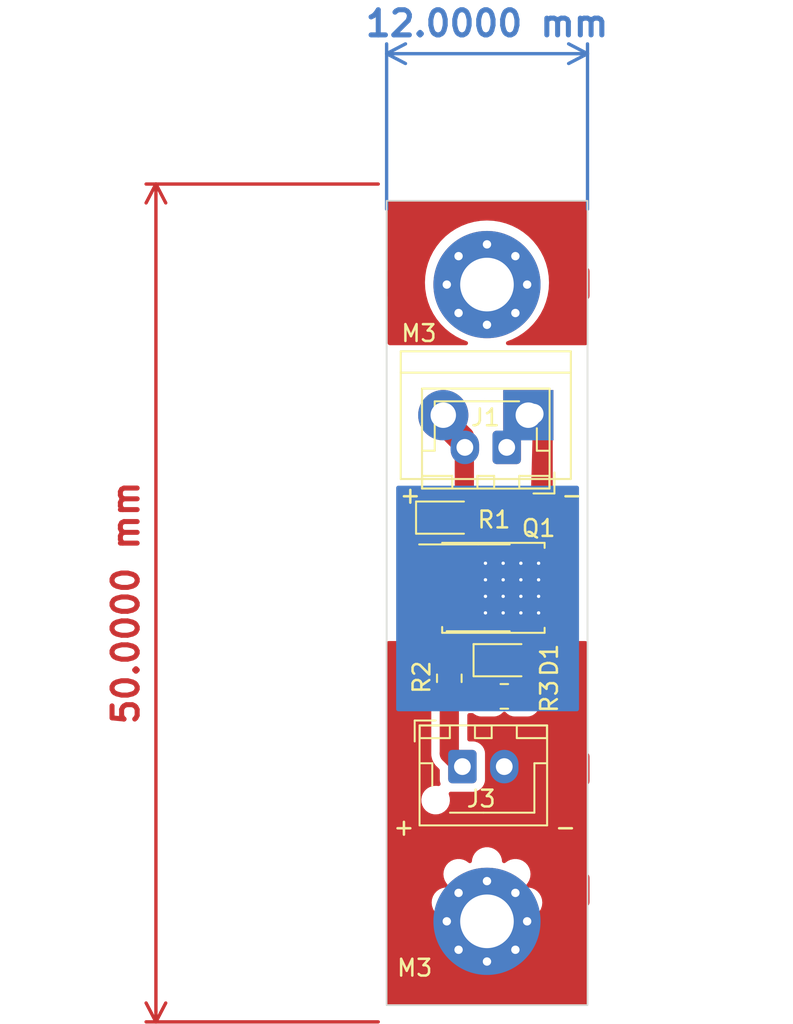
<source format=kicad_pcb>
(kicad_pcb (version 20221018) (generator pcbnew)
  (layers (0 "F.Cu" signal) (31 "B.Cu" signal) (34 "B.Paste" user) (35 "F.Paste" user) (36 "B.SilkS" user "B.Silkscreen") (37 "F.SilkS" user "F.Silkscreen") (38 "B.Mask" user) (39 "F.Mask" user) (44 "Edge.Cuts" user))
  (net 0 "")
  (net 1 "Net-(Q1-S-Pad1)")
  (net 2 "Net-(Q1-G)")
  (net 3 "Net-(J1-Pin_1)")
  (net 4 "GND")
  (net 5 "Net-(D1-A)")
  (net 6 "Net-(J1-Pin_2)")
  (net 7 "Net-(J3-Pin_1)")
  (footprint "LED_SMD:LED_0805_2012Metric_Pad1.15x1.40mm_HandSolder" (layer "F.Cu") (at 92.2085 93.218)
    (fp_text reference "D1" (at 2.6605 0 90) (layer "F.SilkS"))
    (fp_text value "LED")
    (fp_line (start -1.86 -0.96) (end -1.86 0.96) (stroke (width 0.12)) (layer "F.SilkS"))
    (fp_line (start -1.86 0.96) (end 1 0.96) (stroke (width 0.12)) (layer "F.SilkS"))
    (fp_line (start 1 -0.96) (end -1.86 -0.96) (stroke (width 0.12)) (layer "F.SilkS"))
    (pad "1" smd roundrect (at -1.025 0) (size 1.15 1.4) (layers "F.Cu" "F.Paste" "F.Mask") (roundrect_rratio 0.217391) (net 4 "GND"))
    (pad "2" smd roundrect (at 1.025 0) (size 1.15 1.4) (layers "F.Cu" "F.Paste" "F.Mask") (roundrect_rratio 0.217391) (net 5 "Net-(D1-A)"))
  )
  (footprint "" (layer "F.Cu") (at 85.725 106.934)
    (fp_text reference "" (at 0 0) (layer "F.SilkS") (effects (font (size 1.27 1.27))))
    (fp_text value "" (at 0 0) (layer "F.SilkS") (effects (font (size 1.27 1.27))))
    (pad "1" smd roundrect (at 0 0) (size 1 2) (layers "F.Cu" "F.Paste" "F.Mask") (net 4 "GND"))
  )
  (footprint "" (layer "F.Cu") (at 85.725 70.739)
    (fp_text reference "" (at 0 0) (layer "F.SilkS") (effects (font (size 1.27 1.27))))
    (fp_text value "" (at 0 0) (layer "F.SilkS") (effects (font (size 1.27 1.27))))
    (pad "1" smd roundrect (at 0 0) (size 1 2) (layers "F.Cu" "F.Paste" "F.Mask") (net 4 "GND"))
  )
  (footprint "Package_SO:SOP-8_3.76x4.96mm_P1.27mm" (layer "F.Cu") (at 90.62525 88.9)
    (fp_text reference "Q2" hide)
    (fp_text value "CSD17578Q5A")
    (fp_line (start 0 -2.59) (end -3.525 -2.59) (stroke (width 0.12)) (layer "F.SilkS"))
    (fp_line (start 0 -2.59) (end 1.88 -2.59) (stroke (width 0.12)) (layer "F.SilkS"))
    (fp_line (start 0 2.59) (end -1.88 2.59) (stroke (width 0.12)) (layer "F.SilkS"))
    (fp_line (start 0 2.59) (end 1.88 2.59) (stroke (width 0.12)) (layer "F.SilkS"))
    (pad "1" smd roundrect (at -2.5375 -1.905) (size 1.975 0.65) (layers "F.Cu" "F.Paste" "F.Mask") (net 1 "Net-(Q1-S-Pad1)"))
    (pad "2" smd roundrect (at -2.5375 -0.635) (size 1.975 0.65) (layers "F.Cu" "F.Paste" "F.Mask") (net 1 "Net-(Q1-S-Pad1)"))
    (pad "3" smd roundrect (at -2.5375 0.635) (size 1.975 0.65) (layers "F.Cu" "F.Paste" "F.Mask") (net 1 "Net-(Q1-S-Pad1)"))
    (pad "4" smd roundrect (at -2.5375 1.905) (size 1.975 0.65) (layers "F.Cu" "F.Paste" "F.Mask") (net 2 "Net-(Q1-G)"))
    (pad "5" smd roundrect (at 2.5375 1.905) (size 1.975 0.65) (layers "F.Cu" "F.Paste" "F.Mask") (net 3 "Net-(J1-Pin_1)"))
    (pad "6" smd roundrect (at 2.5375 0.635) (size 1.975 0.65) (layers "F.Cu" "F.Paste" "F.Mask") (net 3 "Net-(J1-Pin_1)"))
    (pad "7" smd roundrect (at 2.5375 -0.635) (size 1.975 0.65) (layers "F.Cu" "F.Paste" "F.Mask") (net 3 "Net-(J1-Pin_1)"))
    (pad "8" smd roundrect (at 2.5375 -1.905) (size 1.975 0.65) (layers "F.Cu" "F.Paste" "F.Mask") (net 3 "Net-(J1-Pin_1)"))
  )
  (footprint "Connector_Wire:SolderWirePad_1x01_SMD_1x2mm" (layer "F.Cu") (at 96.774 99.695)
    (fp_text reference "REF**" hide)
    (fp_text value "SolderWirePad_1x01_SMD_1x2mm")
    (pad "1" smd roundrect (at 0 0) (size 1 2) (layers "F.Cu" "F.Paste" "F.Mask") (net 4 "GND"))
  )
  (footprint "" (layer "F.Cu") (at 96.774 106.934)
    (fp_text reference "" (at 0 0) (layer "F.SilkS") (effects (font (size 1.27 1.27))))
    (fp_text value "" (at 0 0) (layer "F.SilkS") (effects (font (size 1.27 1.27))))
    (pad "1" smd roundrect (at 0 0) (size 1 2) (layers "F.Cu" "F.Paste" "F.Mask") (net 4 "GND"))
  )
  (footprint "TerminalBlock:TerminalBlock_bornier-2_P5.08mm" (layer "F.Cu") (at 93.619 78.596 180)
    (fp_text reference "J1" (at 2.56 -0.144) (layer "F.SilkS"))
    (fp_text value "Terminal")
    (fp_line (start -2.54 -3.81) (end -2.54 3.81) (stroke (width 0.12)) (layer "F.SilkS"))
    (fp_line (start -2.54 3.81) (end 7.62 3.81) (stroke (width 0.12)) (layer "F.SilkS"))
    (fp_line (start 7.62 -3.81) (end -2.54 -3.81) (stroke (width 0.12)) (layer "F.SilkS"))
    (fp_line (start 7.62 2.54) (end -2.54 2.54) (stroke (width 0.12)) (layer "F.SilkS"))
    (fp_line (start 7.62 3.81) (end 7.62 -3.81) (stroke (width 0.12)) (layer "F.SilkS"))
    (pad "1" thru_hole rect (at 0 0 180) (size 3 3) (drill 1.52) (layers "*.Cu" "*.Mask") (net 3 "Net-(J1-Pin_1)"))
    (pad "2" thru_hole circle (at 5.08 0 180) (size 3 3) (drill 1.52) (layers "*.Cu" "*.Mask") (net 6 "Net-(J1-Pin_2)"))
  )
  (footprint "" (layer "F.Cu") (at 85.725 99.695)
    (fp_text reference "" (at 0 0) (layer "F.SilkS") (effects (font (size 1.27 1.27))))
    (fp_text value "" (at 0 0) (layer "F.SilkS") (effects (font (size 1.27 1.27))))
    (pad "1" smd roundrect (at 0 0) (size 1 2) (layers "F.Cu" "F.Paste" "F.Mask") (net 4 "GND"))
  )
  (footprint "Connector_JST:JST_XH_B2B-XH-AM_1x02_P2.50mm_Vertical" (layer "F.Cu") (at 89.682 99.568)
    (fp_text reference "J3" (at 1.123 1.922) (layer "F.SilkS"))
    (fp_text value "Conn_01x02_Socket")
    (fp_line (start -2.85 -2.75) (end -2.85 -1.5) (stroke (width 0.12)) (layer "F.SilkS"))
    (fp_line (start -2.56 -2.46) (end -2.56 3.51) (stroke (width 0.12)) (layer "F.SilkS"))
    (fp_line (start -2.56 3.51) (end 5.06 3.51) (stroke (width 0.12)) (layer "F.SilkS"))
    (fp_line (start -2.55 -2.45) (end -2.55 -1.7) (stroke (width 0.12)) (layer "F.SilkS"))
    (fp_line (start -2.55 -1.7) (end -0.75 -1.7) (stroke (width 0.12)) (layer "F.SilkS"))
    (fp_line (start -2.55 -0.2) (end -1.8 -0.2) (stroke (width 0.12)) (layer "F.SilkS"))
    (fp_line (start -1.8 -0.2) (end -1.8 1.14) (stroke (width 0.12)) (layer "F.SilkS"))
    (fp_line (start -1.6 -2.75) (end -2.85 -2.75) (stroke (width 0.12)) (layer "F.SilkS"))
    (fp_line (start -0.75 -2.45) (end -2.55 -2.45) (stroke (width 0.12)) (layer "F.SilkS"))
    (fp_line (start -0.75 -1.7) (end -0.75 -2.45) (stroke (width 0.12)) (layer "F.SilkS"))
    (fp_line (start 0.75 -2.45) (end 0.75 -1.7) (stroke (width 0.12)) (layer "F.SilkS"))
    (fp_line (start 0.75 -1.7) (end 1.75 -1.7) (stroke (width 0.12)) (layer "F.SilkS"))
    (fp_line (start 1.25 2.75) (end -0.74 2.75) (stroke (width 0.12)) (layer "F.SilkS"))
    (fp_line (start 1.75 -2.45) (end 0.75 -2.45) (stroke (width 0.12)) (layer "F.SilkS"))
    (fp_line (start 1.75 -1.7) (end 1.75 -2.45) (stroke (width 0.12)) (layer "F.SilkS"))
    (fp_line (start 3.25 -2.45) (end 3.25 -1.7) (stroke (width 0.12)) (layer "F.SilkS"))
    (fp_line (start 3.25 -1.7) (end 5.05 -1.7) (stroke (width 0.12)) (layer "F.SilkS"))
    (fp_line (start 4.3 -0.2) (end 4.3 2.75) (stroke (width 0.12)) (layer "F.SilkS"))
    (fp_line (start 4.3 2.75) (end 1.25 2.75) (stroke (width 0.12)) (layer "F.SilkS"))
    (fp_line (start 5.05 -2.45) (end 3.25 -2.45) (stroke (width 0.12)) (layer "F.SilkS"))
    (fp_line (start 5.05 -1.7) (end 5.05 -2.45) (stroke (width 0.12)) (layer "F.SilkS"))
    (fp_line (start 5.05 -0.2) (end 4.3 -0.2) (stroke (width 0.12)) (layer "F.SilkS"))
    (fp_line (start 5.06 -2.46) (end -2.56 -2.46) (stroke (width 0.12)) (layer "F.SilkS"))
    (fp_line (start 5.06 3.51) (end 5.06 -2.46) (stroke (width 0.12)) (layer "F.SilkS"))
    (pad "" np_thru_hole circle (at -1.6 2) (size 1.2 1.2) (drill 1.2) (layers "*.Cu" "*.Mask"))
    (pad "1" thru_hole roundrect (at 0 0) (size 1.7 2) (drill 1) (layers "*.Cu" "*.Mask") (roundrect_rratio 0.147059) (net 7 "Net-(J3-Pin_1)"))
    (pad "2" thru_hole oval (at 2.5 0) (size 1.7 2) (drill 1) (layers "*.Cu" "*.Mask") (net 4 "GND"))
  )
  (footprint "MountingHole:MountingHole_3.2mm_M3_Pad_Via" (layer "F.Cu") (at 91.15 108.802)
    (fp_text reference "M3" (at -4.318 2.781) (layer "F.SilkS"))
    (fp_text value "MountingHole_3.2mm_M3_Pad_Via")
    (pad "1" thru_hole circle (at -2.4 0) (size 0.8 0.8) (drill 0.5) (layers "*.Cu" "*.Mask"))
    (pad "1" thru_hole circle (at -1.697056 -1.697056) (size 0.8 0.8) (drill 0.5) (layers "*.Cu" "*.Mask"))
    (pad "1" thru_hole circle (at -1.697056 1.697056) (size 0.8 0.8) (drill 0.5) (layers "*.Cu" "*.Mask"))
    (pad "1" thru_hole circle (at 0 -2.4) (size 0.8 0.8) (drill 0.5) (layers "*.Cu" "*.Mask"))
    (pad "1" thru_hole circle (at 0 0) (size 6.4 6.4) (drill 3.2) (layers "*.Cu" "*.Mask") (net 4 "GND"))
    (pad "1" thru_hole circle (at 0 2.4) (size 0.8 0.8) (drill 0.5) (layers "*.Cu" "*.Mask"))
    (pad "1" thru_hole circle (at 1.697056 -1.697056) (size 0.8 0.8) (drill 0.5) (layers "*.Cu" "*.Mask"))
    (pad "1" thru_hole circle (at 1.697056 1.697056) (size 0.8 0.8) (drill 0.5) (layers "*.Cu" "*.Mask"))
    (pad "1" thru_hole circle (at 2.4 0) (size 0.8 0.8) (drill 0.5) (layers "*.Cu" "*.Mask"))
  )
  (footprint "Package_TO_SOT_SMD:TDSON-8-1" (layer "F.Cu") (at 91.53275 88.9)
    (fp_text reference "Q1" (at 2.70125 -3.556) (layer "F.SilkS"))
    (fp_text value "CSD17578Q5A")
    (fp_line (start -3.06 2.335) (end -3.06 2.685) (stroke (width 0.12)) (layer "F.SilkS"))
    (fp_line (start 3.06 -2.685) (end -3.06 -2.685) (stroke (width 0.12)) (layer "F.SilkS"))
    (fp_line (start 3.06 -2.385) (end 3.06 -2.685) (stroke (width 0.12)) (layer "F.SilkS"))
    (fp_line (start 3.06 2.385) (end 3.06 2.685) (stroke (width 0.12)) (layer "F.SilkS"))
    (fp_line (start 3.06 2.685) (end -3.06 2.685) (stroke (width 0.12)) (layer "F.SilkS"))
    (pad "1" smd rect (at -2.9 -1.905) (size 0.85 0.5) (layers "F.Cu" "F.Paste" "F.Mask") (net 1 "Net-(Q1-S-Pad1)"))
    (pad "2" smd rect (at -2.9 -0.635) (size 0.85 0.5) (layers "F.Cu" "F.Paste" "F.Mask") (net 1 "Net-(Q1-S-Pad1)"))
    (pad "3" smd rect (at -2.9 0.635) (size 0.85 0.5) (layers "F.Cu" "F.Paste" "F.Mask") (net 1 "Net-(Q1-S-Pad1)"))
    (pad "4" smd rect (at -2.9 1.905) (size 0.85 0.5) (layers "F.Cu" "F.Paste" "F.Mask") (net 2 "Net-(Q1-G)"))
    (pad "5" smd rect (at 1.05 0) (size 4.55 4.41) (layers "F.Cu") (net 3 "Net-(J1-Pin_1)"))
  )
  (footprint "LED_SMD:LED_0805_2012Metric_Pad1.15x1.40mm_HandSolder" (layer "F.Cu") (at 88.773 84.709)
    (fp_text reference "R1" (at 2.794 0.127) (layer "F.SilkS"))
    (fp_text value "R")
    (fp_line (start -1.86 -0.96) (end -1.86 0.96) (stroke (width 0.12)) (layer "F.SilkS"))
    (fp_line (start -1.86 0.96) (end 1 0.96) (stroke (width 0.12)) (layer "F.SilkS"))
    (fp_line (start 1 -0.96) (end -1.86 -0.96) (stroke (width 0.12)) (layer "F.SilkS"))
    (pad "1" smd roundrect (at -1.025 0) (size 1.15 1.4) (layers "F.Cu" "F.Paste" "F.Mask") (roundrect_rratio 0.217391) (net 1 "Net-(Q1-S-Pad1)"))
    (pad "2" smd roundrect (at 1.025 0) (size 1.15 1.4) (layers "F.Cu" "F.Paste" "F.Mask") (roundrect_rratio 0.217391) (net 6 "Net-(J1-Pin_2)"))
  )
  (footprint "Connector_JST:JST_XH_B2B-XH-AM_1x02_P2.50mm_Vertical" (layer "F.Cu") (at 92.329 80.518 180)
    (fp_text reference "J2" hide)
    (fp_text value "Conn_01x02_Socket")
    (fp_line (start -2.85 -2.75) (end -2.85 -1.5) (stroke (width 0.12)) (layer "F.SilkS"))
    (fp_line (start -2.56 -2.46) (end -2.56 3.51) (stroke (width 0.12)) (layer "F.SilkS"))
    (fp_line (start -2.56 3.51) (end 5.06 3.51) (stroke (width 0.12)) (layer "F.SilkS"))
    (fp_line (start -2.55 -2.45) (end -2.55 -1.7) (stroke (width 0.12)) (layer "F.SilkS"))
    (fp_line (start -2.55 -1.7) (end -0.75 -1.7) (stroke (width 0.12)) (layer "F.SilkS"))
    (fp_line (start -2.55 -0.2) (end -1.8 -0.2) (stroke (width 0.12)) (layer "F.SilkS"))
    (fp_line (start -1.8 -0.2) (end -1.8 1.14) (stroke (width 0.12)) (layer "F.SilkS"))
    (fp_line (start -1.6 -2.75) (end -2.85 -2.75) (stroke (width 0.12)) (layer "F.SilkS"))
    (fp_line (start -0.75 -2.45) (end -2.55 -2.45) (stroke (width 0.12)) (layer "F.SilkS"))
    (fp_line (start -0.75 -1.7) (end -0.75 -2.45) (stroke (width 0.12)) (layer "F.SilkS"))
    (fp_line (start 0.75 -2.45) (end 0.75 -1.7) (stroke (width 0.12)) (layer "F.SilkS"))
    (fp_line (start 0.75 -1.7) (end 1.75 -1.7) (stroke (width 0.12)) (layer "F.SilkS"))
    (fp_line (start 1.25 2.75) (end -0.74 2.75) (stroke (width 0.12)) (layer "F.SilkS"))
    (fp_line (start 1.75 -2.45) (end 0.75 -2.45) (stroke (width 0.12)) (layer "F.SilkS"))
    (fp_line (start 1.75 -1.7) (end 1.75 -2.45) (stroke (width 0.12)) (layer "F.SilkS"))
    (fp_line (start 3.25 -2.45) (end 3.25 -1.7) (stroke (width 0.12)) (layer "F.SilkS"))
    (fp_line (start 3.25 -1.7) (end 5.05 -1.7) (stroke (width 0.12)) (layer "F.SilkS"))
    (fp_line (start 4.3 -0.2) (end 4.3 2.75) (stroke (width 0.12)) (layer "F.SilkS"))
    (fp_line (start 4.3 2.75) (end 1.25 2.75) (stroke (width 0.12)) (layer "F.SilkS"))
    (fp_line (start 5.05 -2.45) (end 3.25 -2.45) (stroke (width 0.12)) (layer "F.SilkS"))
    (fp_line (start 5.05 -1.7) (end 5.05 -2.45) (stroke (width 0.12)) (layer "F.SilkS"))
    (fp_line (start 5.05 -0.2) (end 4.3 -0.2) (stroke (width 0.12)) (layer "F.SilkS"))
    (fp_line (start 5.06 -2.46) (end -2.56 -2.46) (stroke (width 0.12)) (layer "F.SilkS"))
    (fp_line (start 5.06 3.51) (end 5.06 -2.46) (stroke (width 0.12)) (layer "F.SilkS"))
    (pad "" np_thru_hole circle (at -1.6 2 180) (size 1.2 1.2) (drill 1.2) (layers "*.Cu" "*.Mask"))
    (pad "1" thru_hole roundrect (at 0 0 180) (size 1.7 2) (drill 1) (layers "*.Cu" "*.Mask") (roundrect_rratio 0.147059) (net 3 "Net-(J1-Pin_1)"))
    (pad "2" thru_hole oval (at 2.5 0 180) (size 1.7 2) (drill 1) (layers "*.Cu" "*.Mask") (net 6 "Net-(J1-Pin_2)"))
  )
  (footprint "MountingHole:MountingHole_3.2mm_M3_Pad_Via" (layer "F.Cu") (at 91.15 70.802)
    (fp_text reference "M3" (at -4.064 2.908) (layer "F.SilkS"))
    (fp_text value "MountingHole_3.2mm_M3_Pad_Via")
    (pad "1" thru_hole circle (at -2.4 0) (size 0.8 0.8) (drill 0.5) (layers "*.Cu" "*.Mask"))
    (pad "1" thru_hole circle (at -1.697056 -1.697056) (size 0.8 0.8) (drill 0.5) (layers "*.Cu" "*.Mask"))
    (pad "1" thru_hole circle (at -1.697056 1.697056) (size 0.8 0.8) (drill 0.5) (layers "*.Cu" "*.Mask"))
    (pad "1" thru_hole circle (at 0 -2.4) (size 0.8 0.8) (drill 0.5) (layers "*.Cu" "*.Mask"))
    (pad "1" thru_hole circle (at 0 0) (size 6.4 6.4) (drill 3.2) (layers "*.Cu" "*.Mask"))
    (pad "1" thru_hole circle (at 0 2.4) (size 0.8 0.8) (drill 0.5) (layers "*.Cu" "*.Mask"))
    (pad "1" thru_hole circle (at 1.697056 -1.697056) (size 0.8 0.8) (drill 0.5) (layers "*.Cu" "*.Mask"))
    (pad "1" thru_hole circle (at 1.697056 1.697056) (size 0.8 0.8) (drill 0.5) (layers "*.Cu" "*.Mask"))
    (pad "1" thru_hole circle (at 2.4 0) (size 0.8 0.8) (drill 0.5) (layers "*.Cu" "*.Mask"))
  )
  (footprint "Resistor_SMD:R_0805_2012Metric_Pad1.20x1.40mm_HandSolder" (layer "F.Cu") (at 92.186 95.377)
    (fp_text reference "R3" (at 2.683 0 -90) (layer "F.SilkS"))
    (fp_text value "R")
    (fp_line (start -0.227064 -0.735) (end 0.227064 -0.735) (stroke (width 0.12)) (layer "F.SilkS"))
    (fp_line (start -0.227064 0.735) (end 0.227064 0.735) (stroke (width 0.12)) (layer "F.SilkS"))
    (pad "1" smd roundrect (at -1 0) (size 1.2 1.4) (layers "F.Cu" "F.Paste" "F.Mask") (roundrect_rratio 0.208333) (net 7 "Net-(J3-Pin_1)"))
    (pad "2" smd roundrect (at 1 0) (size 1.2 1.4) (layers "F.Cu" "F.Paste" "F.Mask") (roundrect_rratio 0.208333) (net 5 "Net-(D1-A)"))
  )
  (footprint "" (layer "F.Cu") (at 96.774 70.739)
    (fp_text reference "" (at 0 0) (layer "F.SilkS") (effects (font (size 1.27 1.27))))
    (fp_text value "" (at 0 0) (layer "F.SilkS") (effects (font (size 1.27 1.27))))
    (pad "1" smd roundrect (at 0 0) (size 1 2) (layers "F.Cu" "F.Paste" "F.Mask") (net 4 "GND"))
  )
  (footprint "Resistor_SMD:R_0805_2012Metric_Pad1.20x1.40mm_HandSolder" (layer "F.Cu") (at 88.9 94.2975 -90)
    (fp_text reference "R2" (at -0.0635 1.651 90) (layer "F.SilkS"))
    (fp_text value "R")
    (fp_line (start -0.227064 -0.735) (end 0.227064 -0.735) (stroke (width 0.12)) (layer "F.SilkS"))
    (fp_line (start -0.227064 0.735) (end 0.227064 0.735) (stroke (width 0.12)) (layer "F.SilkS"))
    (pad "1" smd roundrect (at -1 0 270) (size 1.2 1.4) (layers "F.Cu" "F.Paste" "F.Mask") (roundrect_rratio 0.208333) (net 2 "Net-(Q1-G)"))
    (pad "2" smd roundrect (at 1 0 270) (size 1.2 1.4) (layers "F.Cu" "F.Paste" "F.Mask") (roundrect_rratio 0.208333) (net 7 "Net-(J3-Pin_1)"))
  )
  (gr_rect (start 85.155 65.802) (end 97.155 113.802) (stroke (width 0.1)) (fill none) (layer "Edge.Cuts"))
  (gr_text "+" (at 85.471 103.759) (layer "F.SilkS") (effects (font (size 1 1)) (justify left bottom)))
  (gr_text "+" (at 85.852 83.947) (layer "F.SilkS") (effects (font (size 1 1)) (justify left bottom)))
  (gr_text "-\n" (at 95.504 83.947) (layer "F.SilkS") (effects (font (size 1 1)) (justify left bottom)))
  (gr_text "-\n" (at 95.123 103.759) (layer "F.SilkS") (effects (font (size 1 1)) (justify left bottom)))
  (dimension (type aligned) (layer "F.Cu") (pts (xy 85.155 64.802) (xy 85.155 114.802)) (height 13.781) (gr_text "50.0000 mm" (at 69.574 89.802 90) (layer "F.Cu") (effects (font (size 1.5 1.5) (thickness 0.3)))) (format (prefix "") (suffix "") (units 3) (units_format 1) (precision 4)) (style (thickness 0.2) (arrow_length 1.27) (text_position_mode 0) (extension_height 0.58642) (extension_offset 0.5) keep_text_aligned))
  (dimension (type aligned) (layer "B.Cu") (pts (xy 85.155 66.802) (xy 97.155 66.802)) (height -9.779) (gr_text "12.0000 mm" (at 91.155 55.223) (layer "B.Cu") (effects (font (size 1.5 1.5) (thickness 0.3)))) (format (prefix "") (suffix "") (units 3) (units_format 1) (precision 4)) (style (thickness 0.2) (arrow_length 1.27) (text_position_mode 0) (extension_height 0.58642) (extension_offset 0.5) keep_text_aligned))
  (segment (start 87.748 84.709) (end 87.748 89.3) (width 1.15) (layer "F.Cu") (net 1))
  (segment (start 88.0905 93.2975) (end 87.757 92.964) (width 1.15) (layer "F.Cu") (net 2))
  (segment (start 88.9 93.2975) (end 88.0905 93.2975) (width 1.15) (layer "F.Cu") (net 2))
  (segment (start 87.757 92.964) (end 87.757 91.13575) (width 1.15) (layer "F.Cu") (net 2))
  (segment (start 94.234 90.424) (end 94.234 89.408) (width 1.15) (layer "F.Cu") (net 3))
  (segment (start 94.88 90.9) (end 94.88 77.8) (width 0.4) (layer "F.Cu") (net 3))
  (segment (start 94.5 90.5) (end 94.234 90.424) (width 1.15) (layer "F.Cu") (net 3))
  (segment (start 94.107 88.392) (end 94.234 87.503) (width 1.15) (layer "F.Cu") (net 3))
  (segment (start 94.234 89.408) (end 94.107 88.392) (width 1.15) (layer "F.Cu") (net 3))
  (segment (start 94.234 87.503) (end 94.5 78) (width 1.15) (layer "F.Cu") (net 3))
  (via (at 93.175666 90.395777) (size 0.8) (drill 0.2) (layers "F.Cu" "B.Cu") (net 3))
  (via (at 93.175666 88.420223) (size 0.8) (drill 0.2) (layers "F.Cu" "B.Cu") (net 3))
  (via (at 91.059 90.395777) (size 0.8) (drill 0.2) (layers "F.Cu" "B.Cu") (net 3))
  (via (at 92.117333 88.420223) (size 0.8) (drill 0.2) (layers "F.Cu" "B.Cu") (net 3))
  (via (at 91.059 87.432446) (size 0.8) (drill 0.2) (layers "F.Cu" "B.Cu") (net 3))
  (via (at 93.175666 89.408) (size 0.8) (drill 0.2) (layers "F.Cu" "B.Cu") (net 3))
  (via (at 91.059 89.408) (size 0.8) (drill 0.2) (layers "F.Cu" "B.Cu") (net 3))
  (via (at 92.117333 89.408) (size 0.8) (drill 0.2) (layers "F.Cu" "B.Cu") (net 3))
  (via (at 94.234 87.432446) (size 0.8) (drill 0.2) (layers "F.Cu" "B.Cu") (net 3))
  (via (at 94.234 88.420223) (size 0.8) (drill 0.2) (layers "F.Cu" "B.Cu") (net 3))
  (via (at 93.175666 87.432446) (size 0.8) (drill 0.2) (layers "F.Cu" "B.Cu") (net 3))
  (via (at 94.234 90.395777) (size 0.8) (drill 0.2) (layers "F.Cu" "B.Cu") (net 3))
  (via (at 91.059 88.420223) (size 0.8) (drill 0.2) (layers "F.Cu" "B.Cu") (net 3))
  (via (at 94.234 89.408) (size 0.8) (drill 0.2) (layers "F.Cu" "B.Cu") (net 3))
  (via (at 92.117333 90.395777) (size 0.8) (drill 0.2) (layers "F.Cu" "B.Cu") (net 3))
  (via (at 92.117333 87.432446) (size 0.8) (drill 0.2) (layers "F.Cu" "B.Cu") (net 3))
  (segment (start 94.352 92.193) (end 94.615 92.456) (width 0.25) (layer "F.Cu") (net 4))
  (segment (start 91.1835 92.8395) (end 91.83 92.193) (width 0.25) (layer "F.Cu") (net 4))
  (segment (start 94.615 99.314) (end 94.361 99.568) (width 0.25) (layer "F.Cu") (net 4))
  (segment (start 94.615 92.456) (end 94.615 99.314) (width 0.25) (layer "F.Cu") (net 4))
  (segment (start 94.361 99.568) (end 92.182 99.568) (width 0.25) (layer "F.Cu") (net 4))
  (segment (start 91.1835 93.218) (end 91.1835 92.8395) (width 0.25) (layer "F.Cu") (net 4))
  (segment (start 91.83 92.193) (end 94.352 92.193) (width 0.25) (layer "F.Cu") (net 4))
  (segment (start 93.2335 95.3295) (end 93.186 95.377) (width 1.15) (layer "F.Cu") (net 5))
  (segment (start 93.2335 93.218) (end 93.2335 95.3295) (width 1.15) (layer "F.Cu") (net 5))
  (segment (start 88.539 78.596) (end 88.539 79.228) (width 1.15) (layer "F.Cu") (net 6))
  (segment (start 89.798 84.709) (end 89.798 79.855) (width 1.15) (layer "F.Cu") (net 6))
  (segment (start 89.798 79.855) (end 88.539 78.596) (width 1.15) (layer "F.Cu") (net 6))
  (segment (start 88.539 79.228) (end 89.829 80.518) (width 1.15) (layer "F.Cu") (net 6))
  (segment (start 88.9 95.2975) (end 88.9 98.786) (width 1.15) (layer "F.Cu") (net 7))
  (segment (start 91.1065 95.2975) (end 91.186 95.377) (width 1.15) (layer "F.Cu") (net 7))
  (segment (start 88.9 95.2975) (end 91.1065 95.2975) (width 1.15) (layer "F.Cu") (net 7))
  (segment (start 88.9 98.786) (end 89.682 99.568) (width 1.15) (layer "F.Cu") (net 7))
  (zone (net 4) (net_name "GND") (layer "F.Cu") (connect_pads yes (clearance 0.5)) (min_thickness 0.25) (fill yes (thermal_gap 0.5) (thermal_bridge_width 0.5))
    (polygon (pts (xy 84.836 114.935) (xy 97.409 114.935) (xy 97.409 92.075) (xy 84.836 92.075)))
  )
  (zone (net 4) (net_name "GND") (layer "F.Cu") (priority 2) (connect_pads yes (clearance 0.5)) (min_thickness 0.25) (fill yes (thermal_gap 0.5) (thermal_bridge_width 0.5))
    (polygon (pts (xy 97.282 74.422) (xy 85.217 74.422) (xy 85.217 64.897) (xy 97.12325 64.897)))
  )
  (zone (net 3) (net_name "Net-(J1-Pin_1)") (layer "B.Cu") (priority 1) (connect_pads (clearance 0.5)) (min_thickness 0.25) (fill yes (thermal_gap 0.5) (thermal_bridge_width 0.5))
    (polygon (pts (xy 85.725 82.804) (xy 96.647 82.804) (xy 96.647 96.266) (xy 85.598 96.266) (xy 85.725 96.266)))
  )
)
</source>
